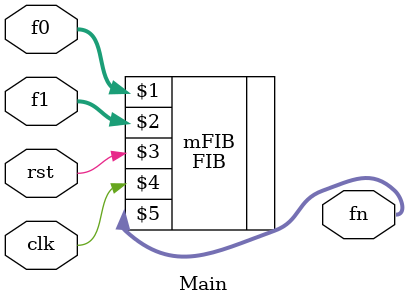
<source format=v>
`timescale 1ns / 1ps


module Main(
    input [5:0] f0,
    input [5:0] f1,
    input rst,
    input clk,
    output [5:0] fn
    );
    FIB #(6) mFIB(f0,f1,rst,clk,fn);
endmodule

</source>
